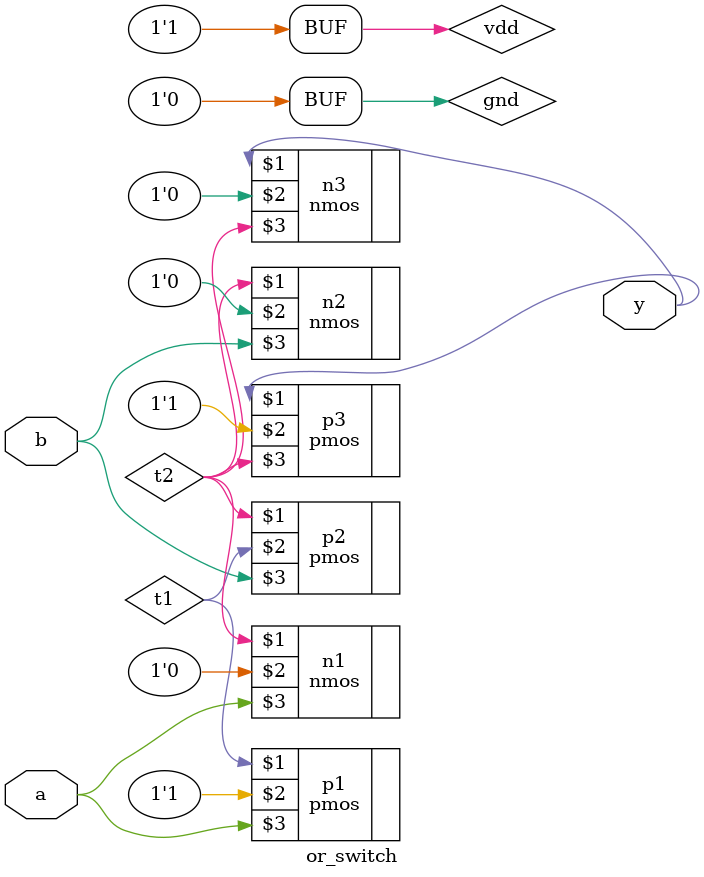
<source format=v>

module or_switch(
    input a,b,
    output y
    );
wire t1,t2;

supply1 vdd;
supply0 gnd;

pmos p1(t1,vdd,a);
pmos p2(t2,t1,b);
pmos p3(y,vdd,t2);

nmos n1(t2,gnd,a);
nmos n2(t2,gnd,b);
nmos n3(y,gnd,t2);

endmodule

</source>
